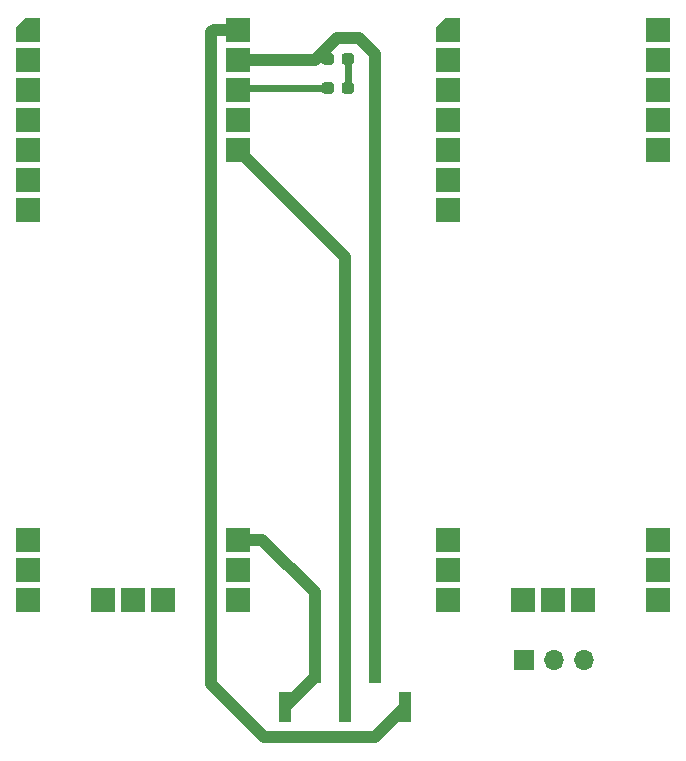
<source format=gbr>
%TF.GenerationSoftware,KiCad,Pcbnew,8.0.0*%
%TF.CreationDate,2024-02-29T00:18:19-08:00*%
%TF.ProjectId,PicoProbePCB,5069636f-5072-46f6-9265-5043422e6b69,rev?*%
%TF.SameCoordinates,Original*%
%TF.FileFunction,Copper,L1,Top*%
%TF.FilePolarity,Positive*%
%FSLAX46Y46*%
G04 Gerber Fmt 4.6, Leading zero omitted, Abs format (unit mm)*
G04 Created by KiCad (PCBNEW 8.0.0) date 2024-02-29 00:18:19*
%MOMM*%
%LPD*%
G01*
G04 APERTURE LIST*
G04 Aperture macros list*
%AMRoundRect*
0 Rectangle with rounded corners*
0 $1 Rounding radius*
0 $2 $3 $4 $5 $6 $7 $8 $9 X,Y pos of 4 corners*
0 Add a 4 corners polygon primitive as box body*
4,1,4,$2,$3,$4,$5,$6,$7,$8,$9,$2,$3,0*
0 Add four circle primitives for the rounded corners*
1,1,$1+$1,$2,$3*
1,1,$1+$1,$4,$5*
1,1,$1+$1,$6,$7*
1,1,$1+$1,$8,$9*
0 Add four rect primitives between the rounded corners*
20,1,$1+$1,$2,$3,$4,$5,0*
20,1,$1+$1,$4,$5,$6,$7,0*
20,1,$1+$1,$6,$7,$8,$9,0*
20,1,$1+$1,$8,$9,$2,$3,0*%
%AMOutline5P*
0 Free polygon, 5 corners , with rotation*
0 The origin of the aperture is its center*
0 number of corners: always 5*
0 $1 to $10 corner X, Y*
0 $11 Rotation angle, in degrees counterclockwise*
0 create outline with 5 corners*
4,1,5,$1,$2,$3,$4,$5,$6,$7,$8,$9,$10,$1,$2,$11*%
%AMOutline6P*
0 Free polygon, 6 corners , with rotation*
0 The origin of the aperture is its center*
0 number of corners: always 6*
0 $1 to $12 corner X, Y*
0 $13 Rotation angle, in degrees counterclockwise*
0 create outline with 6 corners*
4,1,6,$1,$2,$3,$4,$5,$6,$7,$8,$9,$10,$11,$12,$1,$2,$13*%
%AMOutline7P*
0 Free polygon, 7 corners , with rotation*
0 The origin of the aperture is its center*
0 number of corners: always 7*
0 $1 to $14 corner X, Y*
0 $15 Rotation angle, in degrees counterclockwise*
0 create outline with 7 corners*
4,1,7,$1,$2,$3,$4,$5,$6,$7,$8,$9,$10,$11,$12,$13,$14,$1,$2,$15*%
%AMOutline8P*
0 Free polygon, 8 corners , with rotation*
0 The origin of the aperture is its center*
0 number of corners: always 8*
0 $1 to $16 corner X, Y*
0 $17 Rotation angle, in degrees counterclockwise*
0 create outline with 8 corners*
4,1,8,$1,$2,$3,$4,$5,$6,$7,$8,$9,$10,$11,$12,$13,$14,$15,$16,$1,$2,$17*%
G04 Aperture macros list end*
%TA.AperFunction,SMDPad,CuDef*%
%ADD10RoundRect,0.237500X-0.287500X-0.237500X0.287500X-0.237500X0.287500X0.237500X-0.287500X0.237500X0*%
%TD*%
%TA.AperFunction,ComponentPad*%
%ADD11Outline5P,-1.000000X0.200000X-0.200000X1.000000X1.000000X1.000000X1.000000X-1.000000X-1.000000X-1.000000X0.000000*%
%TD*%
%TA.AperFunction,ComponentPad*%
%ADD12R,2.000000X2.000000*%
%TD*%
%TA.AperFunction,ComponentPad*%
%ADD13R,1.700000X1.700000*%
%TD*%
%TA.AperFunction,ComponentPad*%
%ADD14O,1.700000X1.700000*%
%TD*%
%TA.AperFunction,SMDPad,CuDef*%
%ADD15R,1.000000X2.510000*%
%TD*%
%TA.AperFunction,Conductor*%
%ADD16C,1.000000*%
%TD*%
%TA.AperFunction,Conductor*%
%ADD17C,0.600000*%
%TD*%
G04 APERTURE END LIST*
D10*
%TO.P,D1,1,K*%
%TO.N,GND*%
X190583000Y-80551000D03*
%TO.P,D1,2,A*%
%TO.N,Net-(D1-A)*%
X192333000Y-80551000D03*
%TD*%
D11*
%TO.P,U2,1,GPIO0*%
%TO.N,unconnected-(U2-GPIO0-Pad1)*%
X165235000Y-75590000D03*
D12*
%TO.P,U2,2,GPIO1*%
%TO.N,unconnected-(U2-GPIO1-Pad2)*%
X165235000Y-78130000D03*
%TO.P,U2,3,GND*%
%TO.N,GND*%
X165235000Y-80670000D03*
%TO.P,U2,4,GPIO2*%
%TO.N,Net-(J1-Pin_1)*%
X165235000Y-83210000D03*
%TO.P,U2,5,GPIO3*%
%TO.N,Net-(J1-Pin_3)*%
X165235000Y-85750000D03*
%TO.P,U2,6,GPIO4*%
%TO.N,Net-(U1-GPIO0)*%
X165235000Y-88290000D03*
%TO.P,U2,7,GPIO5*%
%TO.N,Net-(U1-GPIO1)*%
X165235000Y-90830000D03*
%TO.P,U2,18,GND*%
%TO.N,GND*%
X165235000Y-118770000D03*
%TO.P,U2,19,GPIO14*%
%TO.N,unconnected-(U2-GPIO14-Pad19)*%
X165235000Y-121310000D03*
%TO.P,U2,20,GPIO15*%
%TO.N,unconnected-(U2-GPIO15-Pad20)*%
X165235000Y-123850000D03*
%TO.P,U2,21,GPIO16*%
%TO.N,unconnected-(U2-GPIO16-Pad21)*%
X183015000Y-123850000D03*
%TO.P,U2,22,GPIO17*%
%TO.N,unconnected-(U2-GPIO17-Pad22)*%
X183015000Y-121310000D03*
%TO.P,U2,23,GND*%
%TO.N,GND*%
X183015000Y-118770000D03*
%TO.P,U2,36,3V3*%
%TO.N,+3V3*%
X183015000Y-85750000D03*
%TO.P,U2,37,3V3_EN*%
%TO.N,unconnected-(U2-3V3_EN-Pad37)*%
X183015000Y-83210000D03*
%TO.P,U2,38,GND*%
%TO.N,GND*%
X183015000Y-80670000D03*
%TO.P,U2,39,VSYS*%
%TO.N,VCC*%
X183015000Y-78130000D03*
%TO.P,U2,40,VBUS*%
%TO.N,VBUS*%
X183015000Y-75590000D03*
%TO.P,U2,D1*%
%TO.N,N/C*%
X171585000Y-123850000D03*
%TO.P,U2,D2*%
X174125000Y-123850000D03*
%TO.P,U2,D3*%
X176665000Y-123850000D03*
%TD*%
D13*
%TO.P,J1,1,Pin_1*%
%TO.N,Net-(J1-Pin_1)*%
X207184000Y-128985000D03*
D14*
%TO.P,J1,2,Pin_2*%
%TO.N,GND*%
X209724000Y-128985000D03*
%TO.P,J1,3,Pin_3*%
%TO.N,Net-(J1-Pin_3)*%
X212264000Y-128985000D03*
%TD*%
D15*
%TO.P,J2,1,Pin_1*%
%TO.N,GND*%
X187000000Y-132925000D03*
%TO.P,J2,2,Pin_2*%
X189540000Y-129615000D03*
%TO.P,J2,3,Pin_3*%
%TO.N,+3V3*%
X192080000Y-132925000D03*
%TO.P,J2,4,Pin_4*%
%TO.N,VCC*%
X194620000Y-129615000D03*
%TO.P,J2,5,Pin_5*%
%TO.N,VBUS*%
X197160000Y-132925000D03*
%TD*%
D11*
%TO.P,U1,1,GPIO0*%
%TO.N,Net-(U1-GPIO0)*%
X200795000Y-75590000D03*
D12*
%TO.P,U1,2,GPIO1*%
%TO.N,Net-(U1-GPIO1)*%
X200795000Y-78130000D03*
%TO.P,U1,3,GND*%
%TO.N,GND*%
X200795000Y-80670000D03*
%TO.P,U1,4,GPIO2*%
%TO.N,unconnected-(U1-GPIO2-Pad4)*%
X200795000Y-83210000D03*
%TO.P,U1,5,GPIO3*%
%TO.N,unconnected-(U1-GPIO3-Pad5)*%
X200795000Y-85750000D03*
%TO.P,U1,6,GPIO4*%
%TO.N,unconnected-(U1-GPIO4-Pad6)*%
X200795000Y-88290000D03*
%TO.P,U1,7,GPIO5*%
%TO.N,unconnected-(U1-GPIO5-Pad7)*%
X200795000Y-90830000D03*
%TO.P,U1,18,GND*%
%TO.N,GND*%
X200795000Y-118770000D03*
%TO.P,U1,19,GPIO14*%
%TO.N,unconnected-(U1-GPIO14-Pad19)*%
X200795000Y-121310000D03*
%TO.P,U1,20,GPIO15*%
%TO.N,unconnected-(U1-GPIO15-Pad20)*%
X200795000Y-123850000D03*
%TO.P,U1,21,GPIO16*%
%TO.N,unconnected-(U1-GPIO16-Pad21)*%
X218575000Y-123850000D03*
%TO.P,U1,22,GPIO17*%
%TO.N,unconnected-(U1-GPIO17-Pad22)*%
X218575000Y-121310000D03*
%TO.P,U1,23,GND*%
%TO.N,GND*%
X218575000Y-118770000D03*
%TO.P,U1,36,3V3*%
%TO.N,unconnected-(U1-3V3-Pad36)*%
X218575000Y-85750000D03*
%TO.P,U1,37,3V3_EN*%
%TO.N,unconnected-(U1-3V3_EN-Pad37)*%
X218575000Y-83210000D03*
%TO.P,U1,38,GND*%
%TO.N,GND*%
X218575000Y-80670000D03*
%TO.P,U1,39,VSYS*%
%TO.N,VCC*%
X218575000Y-78130000D03*
%TO.P,U1,40,VBUS*%
%TO.N,unconnected-(U1-VBUS-Pad40)*%
X218575000Y-75590000D03*
%TO.P,U1,D1,SWCLK*%
%TO.N,Net-(J1-Pin_1)*%
X207145000Y-123850000D03*
%TO.P,U1,D2,GND*%
%TO.N,GND*%
X209685000Y-123850000D03*
%TO.P,U1,D3,SWDIO*%
%TO.N,Net-(J1-Pin_3)*%
X212225000Y-123850000D03*
%TD*%
D10*
%TO.P,R1,1*%
%TO.N,VCC*%
X190583000Y-78061000D03*
%TO.P,R1,2*%
%TO.N,Net-(D1-A)*%
X192333000Y-78061000D03*
%TD*%
D16*
%TO.N,GND*%
X189540000Y-123235000D02*
X189540000Y-129615000D01*
X189540000Y-129615000D02*
X189540000Y-130385000D01*
D17*
X190583000Y-80551000D02*
X183134000Y-80551000D01*
D16*
X183015000Y-118770000D02*
X185075000Y-118770000D01*
X185075000Y-118770000D02*
X189540000Y-123235000D01*
D17*
X183134000Y-80551000D02*
X183015000Y-80670000D01*
D16*
X189540000Y-130385000D02*
X187000000Y-132925000D01*
D17*
%TO.N,VCC*%
X183084000Y-78061000D02*
X183015000Y-78130000D01*
D16*
X193263934Y-76286000D02*
X191402066Y-76286000D01*
X194620000Y-77642066D02*
X193263934Y-76286000D01*
X194620000Y-129615000D02*
X194620000Y-77642066D01*
X191402066Y-76286000D02*
X189558066Y-78130000D01*
D17*
X190583000Y-78061000D02*
X183084000Y-78061000D01*
D16*
X189558066Y-78130000D02*
X183015000Y-78130000D01*
D17*
%TO.N,Net-(D1-A)*%
X192333000Y-78061000D02*
X192333000Y-80551000D01*
D16*
%TO.N,VBUS*%
X180715000Y-130995000D02*
X180715000Y-75830000D01*
X197160000Y-132925000D02*
X194605000Y-135480000D01*
X180715000Y-75830000D02*
X180955000Y-75590000D01*
X185200000Y-135480000D02*
X180715000Y-130995000D01*
X194605000Y-135480000D02*
X185200000Y-135480000D01*
X180955000Y-75590000D02*
X183015000Y-75590000D01*
%TO.N,+3V3*%
X183015000Y-85750000D02*
X192080000Y-94815000D01*
X192080000Y-94815000D02*
X192080000Y-132925000D01*
%TD*%
M02*

</source>
